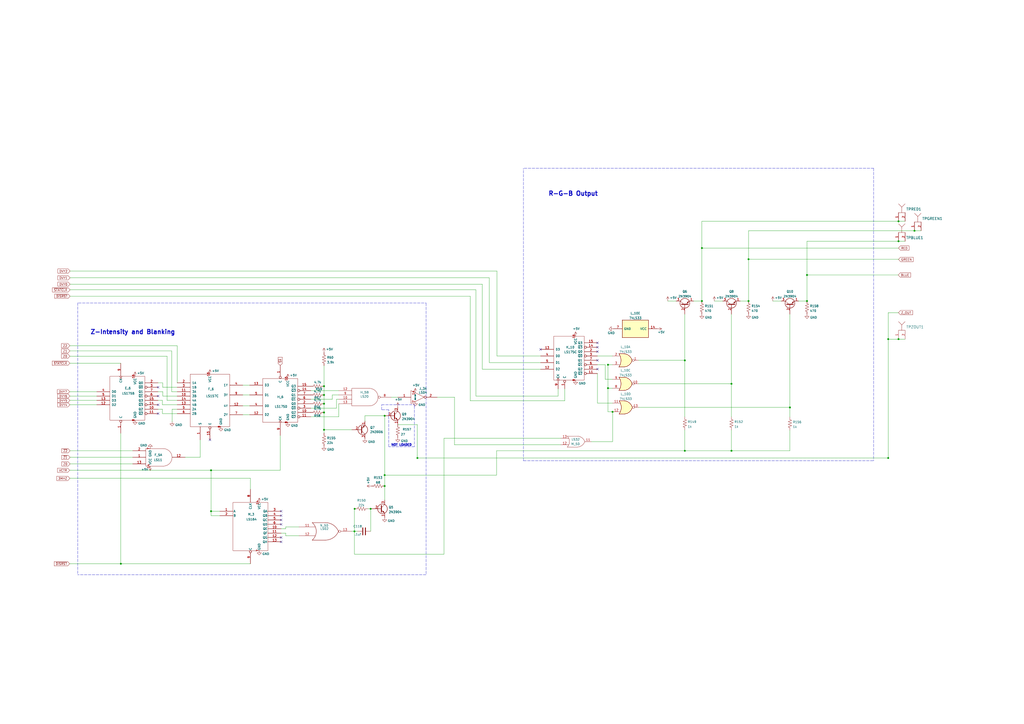
<source format=kicad_sch>
(kicad_sch (version 20211123) (generator eeschema)
  (paper "A2")
  (lib_symbols
    (symbol "74xx:74LS33" (pin_names (offset 1.016))
      (property "Reference" "U" (at 0 1.27 0))
      (property "Value" "74LS33" (at 0 -1.27 0))
      (symbol "74LS33_1_1"
        (pin open_collector inverted (at 7.62 0 180) (length 3.81) (name "~") (number "1"))
        (pin input line (at -7.62 2.54 0) (length 4.318) (name "~") (number "2"))
        (pin input line (at -7.62 -2.54 0) (length 4.318) (name "~") (number "3"))
      )
      (symbol "74LS33_1_2"
        (pin open_collector line (at 7.62 0 180) (length 3.81) (name "~") (number "1"))
        (pin input inverted (at -7.62 2.54 0) (length 3.81) (name "~") (number "2"))
        (pin input inverted (at -7.62 -2.54 0) (length 3.81) (name "~") (number "3"))
      )
      (symbol "74LS33_2_1"
        (pin open_collector inverted (at 7.62 0 180) (length 3.81) (name "~") (number "4"))
        (pin input line (at -7.62 2.54 0) (length 4.318) (name "~") (number "5"))
        (pin input line (at -7.62 -2.54 0) (length 4.318) (name "~") (number "6"))
      )
      (symbol "74LS33_2_2"
        (pin open_collector line (at 7.62 0 180) (length 3.81) (name "~") (number "4"))
        (pin input inverted (at -7.62 2.54 0) (length 3.81) (name "~") (number "5"))
        (pin input inverted (at -7.62 -2.54 0) (length 3.81) (name "~") (number "6"))
      )
      (symbol "74LS33_3_1"
        (pin open_collector inverted (at 7.62 0 180) (length 3.81) (name "~") (number "10"))
        (pin input line (at -7.62 2.54 0) (length 4.318) (name "~") (number "8"))
        (pin input line (at -7.62 -2.54 0) (length 4.318) (name "~") (number "9"))
      )
      (symbol "74LS33_3_2"
        (pin open_collector line (at 7.62 0 180) (length 3.81) (name "~") (number "10"))
        (pin input inverted (at -7.62 2.54 0) (length 3.81) (name "~") (number "8"))
        (pin input inverted (at -7.62 -2.54 0) (length 3.81) (name "~") (number "9"))
      )
      (symbol "74LS33_4_1"
        (pin input line (at -7.62 2.54 0) (length 4.318) (name "~") (number "11"))
        (pin input line (at -7.62 -2.54 0) (length 4.318) (name "~") (number "12"))
        (pin open_collector inverted (at 7.62 0 180) (length 3.81) (name "~") (number "13"))
      )
      (symbol "74LS33_4_2"
        (pin input inverted (at -7.62 2.54 0) (length 3.81) (name "~") (number "11"))
        (pin input inverted (at -7.62 -2.54 0) (length 3.81) (name "~") (number "12"))
        (pin open_collector line (at 7.62 0 180) (length 3.81) (name "~") (number "13"))
      )
      (symbol "74LS33_5_0"
        (pin power_in line (at 0 12.7 270) (length 5.08) (name "VCC") (number "14"))
        (pin power_in line (at 0 -12.7 90) (length 5.08) (name "GND") (number "7"))
      )
    )
    (symbol "Asteroids:LS02" (pin_names (offset 0.762))
      (property "Reference" "U" (at 1.905 1.27 0))
      (property "Value" "LS02" (at 2.54 -1.27 0))
      (symbol "LS02_1_0"
        (pin power_in line (at -2.54 5.08 270) (length 0) (name "VCC") (number "14"))
        (pin power_in line (at -2.54 -5.08 90) (length 0) (name "GND") (number "7"))
      )
      (symbol "LS02_1_1"
        (pin output inverted (at 15.24 0 180) (length 7.62) (name "~") (number "1"))
        (pin input line (at -15.24 2.54 0) (length 9.398) (name "~") (number "2"))
        (pin input line (at -15.24 -2.54 0) (length 9.398) (name "~") (number "3"))
      )
      (symbol "LS02_1_2"
        (pin output line (at 15.24 0 180) (length 7.62) (name "~") (number "1"))
        (pin input inverted (at -15.24 2.54 0) (length 7.62) (name "~") (number "2"))
        (pin input inverted (at -15.24 -2.54 0) (length 7.62) (name "~") (number "3"))
      )
      (symbol "LS02_2_1"
        (pin output inverted (at 15.24 0 180) (length 7.62) (name "~") (number "4"))
        (pin input line (at -15.24 2.54 0) (length 9.398) (name "~") (number "5"))
        (pin input line (at -15.24 -2.54 0) (length 9.398) (name "~") (number "6"))
      )
      (symbol "LS02_2_2"
        (pin output line (at 15.24 0 180) (length 7.62) (name "~") (number "4"))
        (pin input inverted (at -15.24 2.54 0) (length 7.62) (name "~") (number "5"))
        (pin input inverted (at -15.24 -2.54 0) (length 7.62) (name "~") (number "6"))
      )
      (symbol "LS02_3_1"
        (pin output inverted (at 15.24 0 180) (length 7.62) (name "~") (number "10"))
        (pin input line (at -15.24 2.54 0) (length 9.398) (name "~") (number "8"))
        (pin input line (at -15.24 -2.54 0) (length 9.398) (name "~") (number "9"))
      )
      (symbol "LS02_3_2"
        (pin output line (at 15.24 0 180) (length 7.62) (name "~") (number "10"))
        (pin input inverted (at -15.24 2.54 0) (length 7.62) (name "~") (number "8"))
        (pin input inverted (at -15.24 -2.54 0) (length 7.62) (name "~") (number "9"))
      )
      (symbol "LS02_4_1"
        (pin input line (at -15.24 2.54 0) (length 9.398) (name "~") (number "11"))
        (pin input line (at -15.24 -2.54 0) (length 9.398) (name "~") (number "12"))
        (pin output inverted (at 15.24 0 180) (length 7.62) (name "~") (number "13"))
      )
      (symbol "LS02_4_2"
        (pin input inverted (at -15.24 2.54 0) (length 7.62) (name "~") (number "11"))
        (pin input inverted (at -15.24 -2.54 0) (length 7.62) (name "~") (number "12"))
        (pin output line (at 15.24 0 180) (length 7.62) (name "~") (number "13"))
      )
    )
    (symbol "Asteroids:LS04" (pin_names (offset 0.762))
      (property "Reference" "U" (at 4.445 2.54 0))
      (property "Value" "LS04" (at 5.08 -2.54 0))
      (symbol "LS04_1_0"
        (pin power_in line (at -1.27 2.54 270) (length 0) (name "VCC") (number "14"))
        (pin power_in line (at -1.27 -2.54 90) (length 0) (name "GND") (number "7"))
      )
      (symbol "LS04_1_1"
        (pin input line (at -11.43 0 0) (length 7.62) (name "~") (number "1"))
        (pin output inverted (at 11.43 0 180) (length 7.62) (name "~") (number "2"))
      )
      (symbol "LS04_1_2"
        (pin input inverted (at -11.43 0 0) (length 7.62) (name "~") (number "1"))
        (pin output line (at 11.43 0 180) (length 7.62) (name "~") (number "2"))
      )
      (symbol "LS04_2_1"
        (pin input line (at -11.43 0 0) (length 7.62) (name "~") (number "3"))
        (pin output inverted (at 11.43 0 180) (length 7.62) (name "~") (number "4"))
      )
      (symbol "LS04_2_2"
        (pin input inverted (at -11.43 0 0) (length 7.62) (name "~") (number "3"))
        (pin output line (at 11.43 0 180) (length 7.62) (name "~") (number "4"))
      )
      (symbol "LS04_3_1"
        (pin input line (at -11.43 0 0) (length 7.62) (name "~") (number "5"))
        (pin output inverted (at 11.43 0 180) (length 7.62) (name "~") (number "6"))
      )
      (symbol "LS04_3_2"
        (pin input inverted (at -11.43 0 0) (length 7.62) (name "~") (number "5"))
        (pin output line (at 11.43 0 180) (length 7.62) (name "~") (number "6"))
      )
      (symbol "LS04_4_1"
        (pin output inverted (at 11.43 0 180) (length 7.62) (name "~") (number "8"))
        (pin input line (at -11.43 0 0) (length 7.62) (name "~") (number "9"))
      )
      (symbol "LS04_4_2"
        (pin output line (at 11.43 0 180) (length 7.62) (name "~") (number "8"))
        (pin input inverted (at -11.43 0 0) (length 7.62) (name "~") (number "9"))
      )
      (symbol "LS04_5_1"
        (pin output inverted (at 11.43 0 180) (length 7.62) (name "~") (number "10"))
        (pin input line (at -11.43 0 0) (length 7.62) (name "~") (number "11"))
      )
      (symbol "LS04_5_2"
        (pin output line (at 11.43 0 180) (length 7.62) (name "~") (number "10"))
        (pin input inverted (at -11.43 0 0) (length 7.62) (name "~") (number "11"))
      )
      (symbol "LS04_6_1"
        (pin output inverted (at 11.43 0 180) (length 7.62) (name "~") (number "12"))
        (pin input line (at -11.43 0 0) (length 7.62) (name "~") (number "13"))
      )
      (symbol "LS04_6_2"
        (pin output line (at 11.43 0 180) (length 7.62) (name "~") (number "12"))
        (pin input inverted (at -11.43 0 0) (length 7.62) (name "~") (number "13"))
      )
    )
    (symbol "Device:C" (pin_numbers hide) (pin_names (offset 0.254))
      (property "Reference" "C" (at 0.635 2.54 0))
      (property "Value" "C" (at 0.635 -2.54 0))
      (symbol "C_1_1"
        (pin passive line (at 0 3.81 270) (length 2.794) (name "~") (number "1"))
        (pin passive line (at 0 -3.81 90) (length 2.794) (name "~") (number "2"))
      )
    )
    (symbol "Device:R_US" (pin_numbers hide) (pin_names (offset 0))
      (property "Reference" "R" (at 2.54 0 90))
      (property "Value" "R_US" (at -2.54 0 90))
      (symbol "R_US_1_1"
        (pin passive line (at 0 3.81 270) (length 1.27) (name "~") (number "1"))
        (pin passive line (at 0 -3.81 90) (length 1.27) (name "~") (number "2"))
      )
    )
    (symbol "Star_Wars_Vector_PCB:LS164" (pin_names (offset 0.254))
      (property "Reference" "U" (at 0 1.27 0))
      (property "Value" "LS164" (at 0 -1.27 0))
      (symbol "LS164_1_0"
        (pin power_in line (at 5.08 13.97 270) (length 0) (name "VCC") (number "14"))
        (pin power_in line (at 5.08 -13.97 90) (length 0) (name "GND") (number "7"))
      )
      (symbol "LS164_1_1"
        (pin input line (at -17.78 8.89 0) (length 7.62) (name "A") (number "1"))
        (pin output line (at 17.78 -1.27 180) (length 7.62) (name "QE") (number "10"))
        (pin output line (at 17.78 -3.81 180) (length 7.62) (name "QF") (number "11"))
        (pin output line (at 17.78 -6.35 180) (length 7.62) (name "QG") (number "12"))
        (pin output line (at 17.78 -8.89 180) (length 7.62) (name "QH") (number "13"))
        (pin input line (at -17.78 6.35 0) (length 7.62) (name "B") (number "2"))
        (pin output line (at 17.78 8.89 180) (length 7.62) (name "QA") (number "3"))
        (pin output line (at 17.78 6.35 180) (length 7.62) (name "QB") (number "4"))
        (pin output line (at 17.78 3.81 180) (length 7.62) (name "QC") (number "5"))
        (pin output line (at 17.78 1.27 180) (length 7.62) (name "QD") (number "6"))
        (pin input line (at 0 21.59 270) (length 7.62) (name "CLK") (number "8"))
        (pin input inverted (at 0 -21.59 90) (length 7.62) (name "C") (number "9"))
      )
    )
    (symbol "Star_Wars_Vector_PCB:LS32" (pin_names (offset 0.762))
      (property "Reference" "U" (at 0 1.27 0))
      (property "Value" "LS32" (at 0 -1.27 0))
      (symbol "LS32_1_1"
        (pin input line (at -8.89 1.905 0) (length 4.5974) (name "~") (number "1"))
        (pin power_in line (at -2.54 3.81 270) (length 0.635) (name "VCC") (number "14"))
        (pin input line (at -8.89 -1.905 0) (length 4.5974) (name "~") (number "2"))
        (pin output line (at 8.89 0 180) (length 3.81) (name "~") (number "3"))
        (pin power_in line (at -2.54 -3.81 90) (length 0.635) (name "GND") (number "7"))
      )
      (symbol "LS32_1_2"
        (pin input inverted (at -15.24 2.54 0) (length 7.62) (name "~") (number "1"))
        (pin power_in line (at -5.08 5.08 270) (length 0) (name "VCC") (number "14"))
        (pin input inverted (at -15.24 -2.54 0) (length 7.62) (name "~") (number "2"))
        (pin output inverted (at 15.24 0 180) (length 7.62) (name "~") (number "3"))
        (pin power_in line (at -5.08 -5.08 90) (length 0) (name "GND") (number "7"))
      )
      (symbol "LS32_2_1"
        (pin input line (at -8.89 1.905 0) (length 4.5974) (name "~") (number "4"))
        (pin input line (at -8.89 -1.905 0) (length 4.5974) (name "~") (number "5"))
        (pin output line (at 8.89 0 180) (length 3.81) (name "~") (number "6"))
      )
      (symbol "LS32_2_2"
        (pin input inverted (at -15.24 2.54 0) (length 7.62) (name "~") (number "4"))
        (pin input inverted (at -15.24 -2.54 0) (length 7.62) (name "~") (number "5"))
        (pin output inverted (at 15.24 0 180) (length 7.62) (name "~") (number "6"))
      )
      (symbol "LS32_3_1"
        (pin input line (at -8.89 -1.905 0) (length 4.5974) (name "~") (number "10"))
        (pin output line (at 8.89 0 180) (length 3.81) (name "~") (number "8"))
        (pin input line (at -8.89 1.905 0) (length 4.5974) (name "~") (number "9"))
      )
      (symbol "LS32_3_2"
        (pin input inverted (at -15.24 -2.54 0) (length 7.62) (name "~") (number "10"))
        (pin output inverted (at 15.24 0 180) (length 7.62) (name "~") (number "8"))
        (pin input inverted (at -15.24 2.54 0) (length 7.62) (name "~") (number "9"))
      )
      (symbol "LS32_4_1"
        (pin output line (at 8.89 0 180) (length 3.81) (name "~") (number "11"))
        (pin input line (at -8.89 1.905 0) (length 4.5974) (name "~") (number "12"))
        (pin input line (at -8.89 -1.905 0) (length 4.5974) (name "~") (number "13"))
      )
      (symbol "LS32_4_2"
        (pin output inverted (at 15.24 0 180) (length 7.62) (name "~") (number "11"))
        (pin input inverted (at -15.24 2.54 0) (length 7.62) (name "~") (number "12"))
        (pin input inverted (at -15.24 -2.54 0) (length 7.62) (name "~") (number "13"))
      )
      (symbol "LS32_5_1"
        (pin input line (at -8.89 -1.905 0) (length 4.5974) (name "~") (number "4"))
        (pin input line (at -8.89 1.905 0) (length 4.5974) (name "~") (number "5"))
        (pin output line (at 8.89 0 180) (length 3.81) (name "~") (number "6"))
      )
      (symbol "LS32_5_2"
        (pin input inverted (at -15.24 2.54 0) (length 7.62) (name "~") (number "1"))
        (pin input inverted (at -15.24 -2.54 0) (length 7.62) (name "~") (number "2"))
        (pin output inverted (at 15.24 0 180) (length 7.62) (name "~") (number "3"))
      )
      (symbol "LS32_6_1"
        (pin input line (at -8.89 1.905 0) (length 4.5974) (name "~") (number "10"))
        (pin output line (at 8.89 0 180) (length 3.81) (name "~") (number "8"))
        (pin input line (at -8.89 -1.905 0) (length 4.5974) (name "~") (number "9"))
      )
      (symbol "LS32_6_2"
        (pin input inverted (at -15.24 2.54 0) (length 7.62) (name "~") (number "1"))
        (pin input inverted (at -15.24 -2.54 0) (length 7.62) (name "~") (number "2"))
        (pin output inverted (at 15.24 0 180) (length 7.62) (name "~") (number "3"))
      )
    )
    (symbol "atari_grav_bw:LS11" (pin_names (offset 0.762))
      (property "Reference" "U" (at 0 1.27 0))
      (property "Value" "LS11" (at 0 -1.27 0))
      (symbol "LS11_1_1"
        (pin input line (at -15.24 0 0) (length 7.62) (name "~") (number "1"))
        (pin output line (at 15.24 0 180) (length 7.62) (name "~") (number "12"))
        (pin input line (at -15.24 3.81 0) (length 7.62) (name "~") (number "13"))
        (pin power_in line (at -5.08 5.08 270) (length 0) (name "VCC") (number "14"))
        (pin input line (at -15.24 -3.81 0) (length 7.62) (name "~") (number "2"))
        (pin power_in line (at -5.08 -5.08 90) (length 0) (name "GND") (number "7"))
      )
      (symbol "LS11_1_2"
        (pin input inverted (at -15.24 3.81 0) (length 8.382) (name "~") (number "1"))
        (pin output inverted (at 15.24 0 180) (length 7.62) (name "~") (number "12"))
        (pin input inverted (at -15.24 -3.81 0) (length 8.382) (name "~") (number "13"))
        (pin power_in line (at -3.81 5.08 270) (length 0) (name "VCC") (number "14"))
        (pin input inverted (at -15.24 0 0) (length 9.906) (name "~") (number "2"))
        (pin power_in line (at -3.81 -5.08 90) (length 0) (name "GND") (number "7"))
      )
      (symbol "LS11_2_1"
        (pin input line (at -15.24 0 0) (length 7.62) (name "~") (number "3"))
        (pin input line (at -15.24 -3.81 0) (length 7.62) (name "~") (number "4"))
        (pin input line (at -15.24 3.81 0) (length 7.62) (name "~") (number "5"))
        (pin output line (at 15.24 0 180) (length 7.62) (name "~") (number "6"))
      )
      (symbol "LS11_2_2"
        (pin input inverted (at -15.24 3.81 0) (length 8.382) (name "~") (number "3"))
        (pin input inverted (at -15.24 0 0) (length 9.906) (name "~") (number "4"))
        (pin input inverted (at -15.24 -3.81 0) (length 8.382) (name "~") (number "5"))
        (pin output inverted (at 15.24 0 180) (length 7.62) (name "~") (number "6"))
      )
      (symbol "LS11_3_1"
        (pin input line (at -15.24 -3.81 0) (length 7.62) (name "~") (number "10"))
        (pin input line (at -15.24 3.81 0) (length 7.62) (name "~") (number "11"))
        (pin output line (at 15.24 0 180) (length 7.62) (name "~") (number "8"))
        (pin input line (at -15.24 0 0) (length 7.62) (name "~") (number "9"))
      )
      (symbol "LS11_3_2"
        (pin input inverted (at -15.24 0 0) (length 9.906) (name "~") (number "10"))
        (pin input inverted (at -15.24 -3.81 0) (length 8.382) (name "~") (number "11"))
        (pin output inverted (at 15.24 0 180) (length 7.62) (name "~") (number "8"))
        (pin input inverted (at -15.24 3.81 0) (length 8.382) (name "~") (number "9"))
      )
    )
    (symbol "atari_grav_bw:LS157C" (pin_names (offset 1.016))
      (property "Reference" "U" (at 0 1.27 0))
      (property "Value" "LS157C" (at 0 -1.27 0))
      (symbol "LS157C_1_1"
        (pin input line (at -5.715 -22.86 90) (length 7.62) (name "S") (number "1"))
        (pin input line (at -19.05 2.54 0) (length 7.62) (name "3B") (number "10"))
        (pin input line (at -19.05 5.08 0) (length 7.62) (name "3A") (number "11"))
        (pin output line (at 19.05 -3.175 180) (length 7.62) (name "4Y") (number "12"))
        (pin input line (at -19.05 -2.54 0) (length 7.62) (name "4B") (number "13"))
        (pin input line (at -19.05 0 0) (length 7.62) (name "4A") (number "14"))
        (pin input inverted (at 0 -22.86 90) (length 7.62) (name "E") (number "15"))
        (pin power_in line (at 0 15.24 270) (length 0) (name "VCC") (number "16"))
        (pin input line (at -19.05 10.16 0) (length 7.62) (name "1A") (number "2"))
        (pin input line (at -19.05 7.62 0) (length 7.62) (name "1B") (number "3"))
        (pin output line (at 19.05 8.89 180) (length 7.62) (name "1Y") (number "4"))
        (pin input line (at -19.05 -5.08 0) (length 7.62) (name "2A") (number "5"))
        (pin input line (at -19.05 -7.62 0) (length 7.62) (name "2B") (number "6"))
        (pin output line (at 19.05 -8.255 180) (length 7.62) (name "2Y") (number "7"))
        (pin power_in line (at 6.35 -15.24 90) (length 0) (name "GND") (number "8"))
        (pin output line (at 19.05 3.175 180) (length 7.62) (name "3Y") (number "9"))
      )
    )
    (symbol "atari_grav_bw:LS175B" (pin_names (offset 1.016))
      (property "Reference" "U" (at -0.635 1.27 0))
      (property "Value" "LS175B" (at 0 -1.27 0))
      (symbol "LS175B_0_0"
        (pin power_in line (at 4.445 12.7 270) (length 0) (name "VCC") (number "16"))
        (pin power_in line (at 4.445 -12.7 90) (length 0) (name "GND") (number "8"))
      )
      (symbol "LS175B_1_1"
        (pin input inverted (at -3.81 -20.32 90) (length 7.62) (name "C") (number "1"))
        (pin output line (at 17.78 -6.35 180) (length 7.62) (name "Q2") (number "10"))
        (pin output inverted (at 17.78 -8.89 180) (length 7.62) (name "~{Q2}") (number "11"))
        (pin input line (at -17.78 -3.81 0) (length 7.62) (name "D2") (number "12"))
        (pin input line (at -17.78 -1.27 0) (length 7.62) (name "D3") (number "13"))
        (pin output inverted (at 17.78 -3.81 180) (length 7.62) (name "~{Q3}") (number "14"))
        (pin output line (at 17.78 -1.27 180) (length 7.62) (name "Q3") (number "15"))
        (pin output line (at 17.78 8.89 180) (length 7.62) (name "Q0") (number "2"))
        (pin output inverted (at 17.78 6.35 180) (length 7.62) (name "~{Q0}") (number "3"))
        (pin input line (at -17.78 3.81 0) (length 7.62) (name "D0") (number "4"))
        (pin input line (at -17.78 1.27 0) (length 7.62) (name "D1") (number "5"))
        (pin output inverted (at 17.78 1.27 180) (length 7.62) (name "~{Q1}") (number "6"))
        (pin output line (at 17.78 3.81 180) (length 7.62) (name "Q1") (number "7"))
        (pin input clock (at -3.81 20.32 270) (length 7.62) (name "CK") (number "9"))
      )
    )
    (symbol "atari_grav_bw:LS175C" (pin_names (offset 1.016))
      (property "Reference" "U" (at 0 0 0))
      (property "Value" "LS175C" (at 0 2.54 0))
      (symbol "LS175C_1_1"
        (pin input inverted (at -2.54 -17.78 90) (length 5.0038) (name "C") (number "1"))
        (pin output line (at 16.51 -6.35 180) (length 7.62) (name "Q2") (number "10"))
        (pin output inverted (at 16.51 -8.89 180) (length 7.62) (name "~{Q2}") (number "11"))
        (pin input line (at -16.51 -6.35 0) (length 7.62) (name "D2") (number "12"))
        (pin input line (at -16.51 5.08 0) (length 7.62) (name "D3") (number "13"))
        (pin output inverted (at 16.51 6.35 180) (length 7.62) (name "~{Q3}") (number "14"))
        (pin output line (at 16.51 8.89 180) (length 7.62) (name "Q3") (number "15"))
        (pin power_in line (at 3.81 12.7 270) (length 0) (name "VCC") (number "16"))
        (pin output line (at 16.51 3.81 180) (length 7.62) (name "Q0") (number "2"))
        (pin output inverted (at 16.51 1.27 180) (length 7.62) (name "~{Q0}") (number "3"))
        (pin input line (at -16.51 1.27 0) (length 7.62) (name "D0") (number "4"))
        (pin input line (at -16.51 -2.54 0) (length 7.62) (name "D1") (number "5"))
        (pin output inverted (at 16.51 -3.81 180) (length 7.62) (name "~{Q1}") (number "6"))
        (pin output line (at 16.51 -1.27 180) (length 7.62) (name "Q1") (number "7"))
        (pin power_in line (at 3.81 -12.7 90) (length 0) (name "GND") (number "8"))
        (pin input clock (at -6.35 -17.78 90) (length 5.0038) (name "CK") (number "9"))
      )
    )
    (symbol "atari_grav_bw:LS175D" (pin_names (offset 1.016))
      (property "Reference" "U" (at 0 1.27 0))
      (property "Value" "LS175D" (at 0 -1.27 0))
      (symbol "LS175D_1_1"
        (pin input inverted (at 0 19.685 270) (length 7.62) (name "C") (number "1"))
        (pin output line (at 17.78 -7.62 180) (length 7.62) (name "Q2") (number "10"))
        (pin output inverted (at 17.78 -10.16 180) (length 7.62) (name "~{Q2}") (number "11"))
        (pin input line (at -17.78 -8.89 0) (length 7.62) (name "D2") (number "12"))
        (pin input line (at -17.78 8.255 0) (length 7.62) (name "D3") (number "13"))
        (pin output inverted (at 17.78 5.08 180) (length 7.62) (name "~{Q3}") (number "14"))
        (pin output line (at 17.78 7.62 180) (length 7.62) (name "Q3") (number "15"))
        (pin power_in line (at 4.445 12.065 270) (length 0) (name "VCC") (number "16"))
        (pin output line (at 17.78 -2.54 180) (length 7.62) (name "Q0") (number "2"))
        (pin output inverted (at 17.78 -5.08 180) (length 7.62) (name "~{Q0}") (number "3"))
        (pin input line (at -17.78 -3.81 0) (length 7.62) (name "D0") (number "4"))
        (pin input line (at -17.78 2.54 0) (length 7.62) (name "D1") (number "5"))
        (pin output inverted (at 17.78 0 180) (length 7.62) (name "~{Q1}") (number "6"))
        (pin output line (at 17.78 2.54 180) (length 7.62) (name "Q1") (number "7"))
        (pin power_in line (at 4.445 -13.335 90) (length 0) (name "GND") (number "8"))
        (pin input clock (at 0 -20.955 90) (length 7.62) (name "CK") (number "9"))
      )
    )
    (symbol "atari_grav_bw:LS20B" (pin_names (offset 0.762))
      (property "Reference" "U" (at 0 2.54 0))
      (property "Value" "LS20B" (at 0 -2.54 0))
      (symbol "LS20B_1_0"
        (pin power_in line (at -4.445 5.08 270) (length 0) (name "VCC") (number "14"))
        (pin power_in line (at -4.445 -5.08 90) (length 0) (name "GND") (number "7"))
      )
      (symbol "LS20B_1_1"
        (pin input line (at -15.24 1.27 0) (length 7.62) (name "~") (number "1"))
        (pin input line (at -15.24 -1.27 0) (length 7.62) (name "~") (number "2"))
        (pin input line (at -15.24 3.81 0) (length 7.62) (name "~") (number "4"))
        (pin input line (at -15.24 -3.81 0) (length 7.62) (name "~") (number "5"))
        (pin output inverted (at 15.24 0 180) (length 7.62) (name "~") (number "6"))
      )
      (symbol "LS20B_1_2"
        (pin input inverted (at -15.24 3.81 0) (length 8.509) (name "~") (number "1"))
        (pin input inverted (at -15.24 1.27 0) (length 9.779) (name "~") (number "2"))
        (pin output inverted (at -15.24 -1.27 0) (length 9.779) (name "~") (number "4"))
        (pin input inverted (at -15.24 -3.81 0) (length 8.509) (name "~") (number "5"))
        (pin output line (at 15.24 0 180) (length 7.62) (name "~") (number "6"))
      )
      (symbol "LS20B_2_1"
        (pin input line (at -15.24 -1.27 0) (length 7.62) (name "~") (number "10"))
        (pin input line (at -15.24 3.81 0) (length 7.62) (name "~") (number "12"))
        (pin input line (at -15.24 -3.81 0) (length 7.62) (name "~") (number "13"))
        (pin output inverted (at 15.24 0 180) (length 7.62) (name "~") (number "8"))
        (pin input line (at -15.24 1.27 0) (length 7.62) (name "~") (number "9"))
      )
      (symbol "LS20B_2_2"
        (pin input inverted (at -15.24 -3.81 0) (length 8.509) (name "~") (number "10"))
        (pin input inverted (at -15.24 1.27 0) (length 9.779) (name "~") (number "12"))
        (pin input inverted (at -15.24 -1.27 0) (length 9.779) (name "~") (number "13"))
        (pin output line (at 15.24 0 180) (length 7.62) (name "~") (number "8"))
        (pin input inverted (at -15.24 3.81 0) (length 8.509) (name "~") (number "9"))
      )
    )
    (symbol "atari_grav_bw:TP" (pin_names (offset 1.016))
      (property "Reference" "TP" (at 0 6.35 0))
      (symbol "TP_1_1"
        (pin input line (at -1.905 -5.08 90) (length 5.08) (name "~") (number "1"))
        (pin input line (at 1.905 -5.08 90) (length 5.08) (name "~") (number "2"))
      )
    )
    (symbol "atari_gravitar_black_widow-rescue:2N3904-Star_Wars_Vector_PCB-rescue" (pin_names (offset 0) hide)
      (property "Reference" "Q" (at 5.08 1.905 0))
      (property "Value" "2N3904-Star_Wars_Vector_PCB-rescue" (at 5.08 0 0))
      (symbol "2N3904-Star_Wars_Vector_PCB-rescue_1_1"
        (pin passive line (at 2.54 -5.08 90) (length 2.54) (name "E") (number "1"))
        (pin passive line (at -5.08 0 0) (length 5.715) (name "B") (number "2"))
        (pin passive line (at 2.54 5.08 270) (length 2.54) (name "C") (number "3"))
      )
    )
    (symbol "atari_gravitar_black_widow-rescue:2N3906-Star_Wars_Vector_PCB-rescue" (pin_names (offset 0) hide)
      (property "Reference" "Q" (at 5.08 1.905 0))
      (property "Value" "2N3906-Star_Wars_Vector_PCB-rescue" (at 5.08 0 0))
      (symbol "2N3906-Star_Wars_Vector_PCB-rescue_1_1"
        (pin passive line (at 2.54 -5.08 90) (length 2.54) (name "E") (number "1"))
        (pin input line (at -5.08 0 0) (length 5.715) (name "B") (number "2"))
        (pin passive line (at 2.54 5.08 270) (length 2.54) (name "C") (number "3"))
      )
    )
    (symbol "power:+5V" (power) (pin_names (offset 0))
      (property "Value" "+5V" (at 0 3.556 0))
      (symbol "+5V_1_1"
        (pin power_in line (at 0 0 90) (length 0) hide (name "+5V") (number "1"))
      )
    )
    (symbol "power:GND" (power) (pin_names (offset 0))
      (property "Value" "GND" (at 0 -3.81 0))
      (symbol "GND_1_1"
        (pin power_in line (at 0 0 270) (length 0) hide (name "GND") (number "1"))
      )
    )
  )
  (junction (at 521.208 128.397))
  (junction (at 424.307 222.631))
  (junction (at 223.139 281.94))
  (junction (at 223.139 275.59))
  (junction (at 397.256 209.042))
  (junction (at 458.216 236.347))
  (junction (at 515.239 196.723))
  (junction (at 397.256 261.493))
  (junction (at 530.479 133.858))
  (junction (at 352.679 211.582))
  (junction (at 122.428 272.796))
  (junction (at 468.122 174.625))
  (junction (at 187.96 249.301))
  (junction (at 205.613 308.229))
  (junction (at 187.96 239.268))
  (junction (at 242.1128 265.684))
  (junction (at 215.011 295.148))
  (junction (at 355.346 238.887))
  (junction (at 352.679 225.171))
  (junction (at 187.96 224.028))
  (junction (at 468.122 159.512))
  (junction (at 70.104 327.025))
  (junction (at 187.96 229.108))
  (junction (at 407.162 174.625))
  (junction (at 187.96 234.188))
  (junction (at 424.307 261.493))
  (junction (at 122.428 296.545))
  (junction (at 223.139 241.173))
  (junction (at 521.208 139.954))
  (junction (at 407.162 143.891))
  (junction (at 434.213 150.368))
  (junction (at 434.213 174.625))
  (junction (at 521.208 196.723))
  (junction (at 515.24 265.68))
  (junction (at 205.74 295.148))
  (no_connect (at 121.793 255.143))
  (no_connect (at 346.583 198.882))
  (no_connect (at 346.583 201.422))
  (no_connect (at 346.583 203.962))
  (no_connect (at 346.583 209.042))
  (no_connect (at 346.583 214.122))
  (no_connect (at 163.068 314.325))
  (no_connect (at 163.068 311.785))
  (no_connect (at 163.068 304.165))
  (no_connect (at 163.068 301.625))
  (no_connect (at 163.068 299.085))
  (no_connect (at 163.068 296.545))
  (no_connect (at 91.694 229.743))
  (no_connect (at 91.694 224.663))
  (no_connect (at 91.694 239.903))
  (no_connect (at 91.694 234.823))
  (no_connect (at 313.563 202.692))
  (polyline (pts (xy 240.411 235.458) (xy 240.411 259.08)))
  (wire (pts (xy 434.213 150.368) (xy 434.213 133.858)))
  (wire (pts (xy 253.619 230.378) (xy 263.652 230.378)))
  (wire (pts (xy 313.563 206.502) (xy 288.29 206.502)))
  (wire (pts (xy 140.843 223.393) (xy 144.78 223.393)))
  (wire (pts (xy 272.796 232.537) (xy 272.796 171.831)))
  (wire (pts (xy 515.239 196.723) (xy 521.208 196.723)))
  (wire (pts (xy 351.155 220.091) (xy 355.219 220.091)))
  (wire (pts (xy 458.216 236.347) (xy 458.216 241.935)))
  (wire (pts (xy 288.036 275.59) (xy 288.036 261.493)))
  (polyline (pts (xy 221.361 234.823) (xy 240.411 234.823)))
  (wire (pts (xy 263.652 258.064) (xy 325.247 258.064)))
  (wire (pts (xy 424.307 182.245) (xy 424.307 222.631)))
  (wire (pts (xy 205.74 295.148) (xy 205.867 295.148)))
  (wire (pts (xy 192.786 231.648) (xy 192.786 229.108)))
  (wire (pts (xy 163.068 306.705) (xy 165.735 306.705)))
  (wire (pts (xy 515.24 265.68) (xy 242.11 265.68)))
  (wire (pts (xy 91.694 227.203) (xy 94.488 227.203)))
  (wire (pts (xy 70.104 327.025) (xy 145.288 327.025)))
  (wire (pts (xy 352.679 225.171) (xy 355.219 225.171)))
  (wire (pts (xy 223.139 275.59) (xy 288.036 275.59)))
  (wire (pts (xy 521.208 128.397) (xy 525.018 128.397)))
  (wire (pts (xy 196.469 234.188) (xy 196.469 241.808)))
  (wire (pts (xy 205.613 321.437) (xy 257.556 321.437)))
  (wire (pts (xy 205.613 308.229) (xy 207.391 308.229)))
  (wire (pts (xy 407.162 143.891) (xy 521.208 143.891)))
  (wire (pts (xy 205.613 295.148) (xy 205.74 295.148)))
  (wire (pts (xy 122.428 272.796) (xy 162.56 272.796)))
  (wire (pts (xy 96.901 206.629) (xy 96.901 232.283)))
  (polyline (pts (xy 247.142 333.375) (xy 45.085 333.375)))
  (wire (pts (xy 323.723 229.743) (xy 276.098 229.743)))
  (wire (pts (xy 223.139 241.173) (xy 223.139 275.59)))
  (wire (pts (xy 107.442 265.303) (xy 116.078 265.303)))
  (wire (pts (xy 327.533 232.537) (xy 272.796 232.537)))
  (wire (pts (xy 40.513 206.629) (xy 96.901 206.629)))
  (wire (pts (xy 40.513 203.581) (xy 99.568 203.581)))
  (wire (pts (xy 165.735 306.705) (xy 165.735 305.689)))
  (polyline (pts (xy 225.552 259.08) (xy 225.552 237.744)))
  (wire (pts (xy 94.234 237.363) (xy 94.234 239.903)))
  (wire (pts (xy 407.162 143.891) (xy 407.162 128.397)))
  (wire (pts (xy 414.401 174.625) (xy 419.227 174.625)))
  (wire (pts (xy 343.027 256.159) (xy 355.346 256.159)))
  (polyline (pts (xy 303.53 97.79) (xy 303.657 97.79)))
  (wire (pts (xy 288.036 261.493) (xy 397.256 261.493)))
  (wire (pts (xy 223.139 275.59) (xy 223.139 281.94)))
  (wire (pts (xy 70.104 251.333) (xy 70.104 327.025)))
  (wire (pts (xy 91.694 222.123) (xy 94.361 222.123)))
  (wire (pts (xy 521.208 139.954) (xy 525.018 139.954)))
  (wire (pts (xy 211.709 244.221) (xy 211.709 241.173)))
  (wire (pts (xy 530.479 133.858) (xy 534.289 133.858)))
  (wire (pts (xy 180.34 236.728) (xy 195.199 236.728)))
  (wire (pts (xy 102.743 222.123) (xy 102.743 200.533)))
  (wire (pts (xy 468.122 174.625) (xy 468.122 159.512)))
  (wire (pts (xy 276.098 229.743) (xy 276.098 168.148)))
  (wire (pts (xy 187.96 212.09) (xy 187.96 224.028)))
  (wire (pts (xy 355.219 211.582) (xy 352.679 211.582)))
  (wire (pts (xy 203.962 308.229) (xy 205.613 308.229)))
  (wire (pts (xy 515.239 181.356) (xy 515.239 196.723)))
  (wire (pts (xy 145.288 277.495) (xy 40.513 277.495)))
  (wire (pts (xy 387.35 174.625) (xy 392.176 174.625)))
  (wire (pts (xy 213.487 295.148) (xy 215.011 295.148)))
  (wire (pts (xy 521.208 150.368) (xy 521.208 150.495)))
  (wire (pts (xy 242.11 265.68) (xy 242.11 265.69)))
  (wire (pts (xy 370.459 222.631) (xy 424.307 222.631)))
  (wire (pts (xy 165.735 309.245) (xy 165.735 310.769)))
  (wire (pts (xy 122.428 299.085) (xy 122.428 296.545)))
  (wire (pts (xy 94.488 229.743) (xy 102.743 229.743)))
  (wire (pts (xy 40.64 171.831) (xy 272.796 171.831)))
  (wire (pts (xy 397.256 209.042) (xy 397.256 241.808)))
  (wire (pts (xy 448.31 174.625) (xy 453.136 174.625)))
  (wire (pts (xy 205.613 308.229) (xy 205.613 321.437)))
  (wire (pts (xy 434.213 174.625) (xy 434.213 150.368)))
  (polyline (pts (xy 225.552 237.744) (xy 221.361 237.744)))
  (wire (pts (xy 94.234 239.903) (xy 102.743 239.903)))
  (wire (pts (xy 102.743 237.363) (xy 99.822 237.363)))
  (polyline (pts (xy 221.361 237.744) (xy 221.361 234.823)))
  (wire (pts (xy 242.062 264.0076) (xy 242.1128 246.2784)))
  (wire (pts (xy 313.563 210.312) (xy 283.845 210.312)))
  (wire (pts (xy 346.583 206.502) (xy 355.219 206.502)))
  (wire (pts (xy 187.96 249.301) (xy 187.96 251.206)))
  (wire (pts (xy 288.29 206.502) (xy 288.29 157.226)))
  (wire (pts (xy 352.679 211.582) (xy 352.679 225.171)))
  (wire (pts (xy 40.386 227.203) (xy 56.134 227.203)))
  (wire (pts (xy 370.586 236.347) (xy 458.216 236.347)))
  (wire (pts (xy 458.216 249.555) (xy 458.216 261.493)))
  (wire (pts (xy 463.296 174.625) (xy 468.122 174.625)))
  (wire (pts (xy 351.155 211.582) (xy 351.155 220.091)))
  (wire (pts (xy 397.256 261.493) (xy 424.307 261.493)))
  (wire (pts (xy 145.288 277.495) (xy 145.288 283.845)))
  (wire (pts (xy 288.29 157.226) (xy 40.64 157.226)))
  (wire (pts (xy 40.386 327.025) (xy 70.104 327.025)))
  (wire (pts (xy 180.34 226.568) (xy 196.469 226.568)))
  (polyline (pts (xy 304.038 97.536) (xy 506.73 97.536)))
  (wire (pts (xy 94.234 232.283) (xy 94.234 234.823)))
  (wire (pts (xy 40.64 261.493) (xy 76.962 261.493)))
  (wire (pts (xy 352.679 211.582) (xy 352.552 211.582)))
  (wire (pts (xy 99.822 237.363) (xy 99.822 244.602)))
  (wire (pts (xy 56.134 232.283) (xy 40.513 232.283)))
  (polyline (pts (xy 240.411 259.08) (xy 225.552 259.08)))
  (wire (pts (xy 187.96 249.301) (xy 204.089 249.301)))
  (wire (pts (xy 402.336 174.625) (xy 407.162 174.625)))
  (wire (pts (xy 211.709 241.173) (xy 223.139 241.173)))
  (wire (pts (xy 187.96 234.188) (xy 187.96 239.268)))
  (polyline (pts (xy 247.142 175.768) (xy 247.142 333.375)))
  (wire (pts (xy 99.568 227.203) (xy 99.568 203.581)))
  (wire (pts (xy 515.239 181.356) (xy 521.208 181.356)))
  (wire (pts (xy 215.011 295.148) (xy 215.011 308.229)))
  (wire (pts (xy 397.256 182.245) (xy 397.256 209.042)))
  (wire (pts (xy 434.213 133.858) (xy 530.479 133.858)))
  (wire (pts (xy 205.613 295.148) (xy 205.613 308.229)))
  (wire (pts (xy 468.122 159.512) (xy 468.122 139.954)))
  (wire (pts (xy 192.786 229.108) (xy 196.469 229.108)))
  (wire (pts (xy 352.679 225.171) (xy 352.679 238.887)))
  (wire (pts (xy 40.64 269.113) (xy 76.962 269.113)))
  (wire (pts (xy 165.735 305.689) (xy 173.482 305.689)))
  (wire (pts (xy 468.122 159.512) (xy 521.081 159.512)))
  (wire (pts (xy 215.011 295.148) (xy 215.519 295.148)))
  (wire (pts (xy 346.583 211.582) (xy 351.155 211.582)))
  (wire (pts (xy 40.64 265.303) (xy 76.962 265.303)))
  (wire (pts (xy 91.694 237.363) (xy 94.234 237.363)))
  (wire (pts (xy 407.162 128.397) (xy 521.208 128.397)))
  (wire (pts (xy 180.34 241.808) (xy 196.469 241.808)))
  (wire (pts (xy 323.723 225.552) (xy 323.723 229.743)))
  (wire (pts (xy 370.459 209.042) (xy 397.256 209.042)))
  (wire (pts (xy 187.96 224.028) (xy 187.96 229.108)))
  (wire (pts (xy 242.062 264.0076) (xy 242.1128 265.684)))
  (wire (pts (xy 397.256 249.428) (xy 397.256 261.493)))
  (wire (pts (xy 40.64 168.148) (xy 276.098 168.148)))
  (wire (pts (xy 424.307 249.428) (xy 424.307 261.493)))
  (wire (pts (xy 40.386 272.796) (xy 122.428 272.796)))
  (wire (pts (xy 355.346 256.159) (xy 355.346 238.887)))
  (wire (pts (xy 140.843 229.108) (xy 144.78 229.108)))
  (wire (pts (xy 346.583 233.807) (xy 355.346 233.807)))
  (wire (pts (xy 468.122 139.954) (xy 521.208 139.954)))
  (wire (pts (xy 283.845 210.312) (xy 283.845 161.163)))
  (wire (pts (xy 429.387 174.625) (xy 434.213 174.625)))
  (wire (pts (xy 91.694 232.283) (xy 94.234 232.283)))
  (wire (pts (xy 346.583 216.662) (xy 346.583 233.807)))
  (wire (pts (xy 226.949 230.378) (xy 230.759 230.378)))
  (wire (pts (xy 165.735 310.769) (xy 173.482 310.769)))
  (wire (pts (xy 40.513 200.533) (xy 102.743 200.533)))
  (wire (pts (xy 56.134 229.743) (xy 40.513 229.743)))
  (wire (pts (xy 257.556 254.254) (xy 325.247 254.254)))
  (wire (pts (xy 327.533 225.552) (xy 327.533 232.537)))
  (wire (pts (xy 40.64 161.163) (xy 283.845 161.163)))
  (polyline (pts (xy 45.085 175.641) (xy 45.085 333.375)))
  (wire (pts (xy 521.208 196.723) (xy 525.018 196.723)))
  (wire (pts (xy 122.428 296.545) (xy 122.428 272.796)))
  (wire (pts (xy 116.078 265.303) (xy 116.078 255.143)))
  (polyline (pts (xy 506.73 97.536) (xy 506.73 267.335)))
  (wire (pts (xy 40.513 210.693) (xy 70.104 210.693)))
  (wire (pts (xy 163.068 309.245) (xy 165.735 309.245)))
  (wire (pts (xy 424.307 261.493) (xy 458.216 261.493)))
  (wire (pts (xy 313.563 214.122) (xy 279.781 214.122)))
  (wire (pts (xy 434.213 150.368) (xy 521.208 150.368)))
  (wire (pts (xy 187.96 229.108) (xy 187.96 234.188)))
  (wire (pts (xy 515.239 196.723) (xy 515.239 265.684)))
  (wire (pts (xy 122.428 296.545) (xy 127.508 296.545)))
  (wire (pts (xy 94.361 224.663) (xy 102.743 224.663)))
  (wire (pts (xy 195.199 231.648) (xy 196.469 231.648)))
  (polyline (pts (xy 45.466 175.768) (xy 247.142 175.768)))
  (wire (pts (xy 279.781 164.846) (xy 40.64 164.846)))
  (wire (pts (xy 94.488 227.203) (xy 94.488 229.743)))
  (wire (pts (xy 230.7844 246.2784) (xy 242.1128 246.2784)))
  (wire (pts (xy 424.307 222.631) (xy 424.307 241.808)))
  (wire (pts (xy 279.781 214.122) (xy 279.781 164.846)))
  (wire (pts (xy 102.743 232.283) (xy 96.901 232.283)))
  (wire (pts (xy 263.652 230.378) (xy 263.652 258.064)))
  (wire (pts (xy 187.96 239.268) (xy 187.96 249.301)))
  (polyline (pts (xy 303.657 267.335) (xy 506.73 267.335)))
  (wire (pts (xy 195.199 236.728) (xy 195.199 231.648)))
  (wire (pts (xy 257.556 321.437) (xy 257.556 254.254)))
  (wire (pts (xy 140.843 240.538) (xy 144.78 240.538)))
  (wire (pts (xy 180.34 231.648) (xy 192.786 231.648)))
  (wire (pts (xy 122.428 299.085) (xy 127.508 299.085)))
  (wire (pts (xy 407.162 174.625) (xy 407.162 143.891)))
  (wire (pts (xy 140.843 235.458) (xy 144.78 235.458)))
  (wire (pts (xy 162.56 252.603) (xy 162.56 272.796)))
  (polyline (pts (xy 240.411 234.823) (xy 240.411 235.839)))
  (wire (pts (xy 94.361 222.123) (xy 94.361 224.663)))
  (wire (pts (xy 40.513 234.823) (xy 56.134 234.823)))
  (polyline (pts (xy 303.657 267.335) (xy 303.657 97.79)))
  (wire (pts (xy 223.139 281.94) (xy 223.139 290.068)))
  (wire (pts (xy 352.679 238.887) (xy 355.346 238.887)))
  (wire (pts (xy 458.216 182.245) (xy 458.216 236.347)))
  (wire (pts (xy 94.234 234.823) (xy 102.743 234.823)))
  (wire (pts (xy 99.568 227.203) (xy 102.743 227.203)))
  (text "R-G-B Output\n" (at 318.008 113.919 0) (effects (font (size 2.54 2.54) (thickness 0.508) bold) (justify left bottom)))
  (text "Z-Intensity and Blanking" (at 52.324 194.183 0) (effects (font (size 2.54 2.54) (thickness 0.508) bold) (justify left bottom)))
  (text "NOT LOADED\n" (at 226.822 258.953 0) (effects (font (size 1.27 1.27) (thickness 0.508) bold) (justify left bottom)))
  (global_label "~{Z1}" (shape input) (at 40.64 265.303 180) (property "Intersheet References" "${INTERSHEET_REFS}" (effects hide)))
  (global_label "DVY1" (shape input) (at 40.64 161.163 180) (property "Intersheet References" "${INTERSHEET_REFS}" (effects hide)))
  (global_label "~{STATCLK}" (shape input) (at 40.513 210.693 180) (property "Intersheet References" "${INTERSHEET_REFS}" (effects hide)))
  (global_label "DVY5" (shape input) (at 40.513 232.283 180) (property "Intersheet References" "${INTERSHEET_REFS}" (effects hide)))
  (global_label "Z_OUT" (shape input) (at 521.208 181.356 0) (property "Intersheet References" "${INTERSHEET_REFS}" (effects hide)))
  (global_label "Z2" (shape input) (at 40.513 200.533 180) (property "Intersheet References" "${INTERSHEET_REFS}" (effects hide)))
  (global_label "GREEN" (shape input) (at 521.208 150.495 0) (property "Intersheet References" "${INTERSHEET_REFS}" (effects hide)))
  (global_label "~{Z2}" (shape input) (at 40.64 261.493 180) (property "Intersheet References" "${INTERSHEET_REFS}" (effects hide)))
  (global_label "BLUE" (shape input) (at 521.081 159.512 0) (property "Intersheet References" "${INTERSHEET_REFS}" (effects hide)))
  (global_label "DVY4" (shape input) (at 40.513 234.823 180) (property "Intersheet References" "${INTERSHEET_REFS}" (effects hide)))
  (global_label "~{SA}" (shape input) (at 162.56 211.963 90) (property "Intersheet References" "${INTERSHEET_REFS}" (effects hide)))
  (global_label "~{DISRST}" (shape input) (at 40.64 171.831 180) (property "Intersheet References" "${INTERSHEET_REFS}" (effects hide)))
  (global_label "RED" (shape input) (at 521.208 143.891 0) (property "Intersheet References" "${INTERSHEET_REFS}" (effects hide)))
  (global_label "~{STATCLK}" (shape input) (at 40.64 168.148 180) (property "Intersheet References" "${INTERSHEET_REFS}" (effects hide)))
  (global_label "3MHZ" (shape input) (at 40.513 277.495 180) (property "Intersheet References" "${INTERSHEET_REFS}" (effects hide)))
  (global_label "DVY6" (shape input) (at 40.513 229.743 180) (property "Intersheet References" "${INTERSHEET_REFS}" (effects hide)))
  (global_label "DVY0" (shape input) (at 40.64 164.846 180) (property "Intersheet References" "${INTERSHEET_REFS}" (effects hide)))
  (global_label "~{DISRST}" (shape input) (at 40.386 327.025 180) (property "Intersheet References" "${INTERSHEET_REFS}" (effects hide)))
  (global_label "DVY2" (shape input) (at 40.64 157.226 180) (property "Intersheet References" "${INTERSHEET_REFS}" (effects hide)))
  (global_label "DVY7" (shape input) (at 40.386 227.203 180) (property "Intersheet References" "${INTERSHEET_REFS}" (effects hide)))
  (global_label "Z0" (shape input) (at 40.513 206.629 180) (property "Intersheet References" "${INTERSHEET_REFS}" (effects hide)))
  (global_label "VCTR" (shape input) (at 40.386 272.796 180) (property "Intersheet References" "${INTERSHEET_REFS}" (effects hide)))
  (global_label "Z1" (shape input) (at 40.513 203.581 180) (property "Intersheet References" "${INTERSHEET_REFS}" (effects hide)))
  (global_label "Z0" (shape input) (at 40.64 269.113 180) (property "Intersheet References" "${INTERSHEET_REFS}" (effects hide)))
  (symbol (lib_id "power:+5V") (at 387.35 174.625 0) (unit 1)
    (property "Reference" "#PWR0333" (effects hide))
    (property "Value" "+5V" (at 390.525 172.72 0))
  )
  (symbol (lib_id "power:GND") (at 187.96 258.826 0) (unit 1)
    (property "Reference" "#PWR0345" (effects hide))
    (property "Value" "GND" (at 191.77 260.731 0))
  )
  (symbol (lib_id "power:+5V") (at 414.401 174.625 0) (unit 1)
    (property "Reference" "#PWR0332" (effects hide))
    (property "Value" "+5V" (at 417.576 172.72 0))
  )
  (symbol (lib_id "atari_gravitar_black_widow-rescue:2N3904-Star_Wars_Vector_PCB-rescue") (at 220.599 295.148 0) (unit 1)
    (property "Reference" "Q5" (at 225.4504 294.2395 0) (effects (justify left)))
    (property "Value" "2N3904" (at 225.4504 297.0146 0) (effects (justify left)))
    (property "Footprint" "quantum_arcade_pcb:GenTrans" (effects hide))
  )
  (symbol (lib_id "atari_grav_bw:LS175B") (at 73.914 231.013 0) (unit 1)
    (property "Reference" "E_6" (at 72.39 225.171 0) (effects (justify left)))
    (property "Value" "LS175B" (at 70.739 228.219 0) (effects (justify left)))
    (property "Footprint" "Star_Wars_Vector_PCB:DIP16" (effects hide))
  )
  (symbol (lib_id "atari_gravitar_black_widow-rescue:2N3904-Star_Wars_Vector_PCB-rescue") (at 397.256 177.165 90) (unit 1)
    (property "Reference" "Q6" (at 397.256 169.1091 90))
    (property "Value" "2N3904" (at 397.256 171.8842 90))
    (property "Footprint" "quantum_arcade_pcb:GenTrans" (effects hide))
  )
  (symbol (lib_id "power:GND") (at 230.7844 253.8984 0) (unit 1)
    (property "Reference" "#PWR0340" (effects hide))
    (property "Value" "GND" (at 234.5944 255.8034 0))
  )
  (symbol (lib_id "Device:R_US") (at 468.122 178.435 180) (unit 1)
    (property "Reference" "R158" (at 469.773 177.5265 0) (effects (justify right)))
    (property "Value" "470" (at 469.773 180.3016 0) (effects (justify right)))
    (property "Footprint" "Star_Wars_Vector_PCB:GenericComp" (effects hide))
  )
  (symbol (lib_id "power:+5V") (at 150.368 291.465 0) (unit 1)
    (property "Reference" "#PWR0344" (effects hide))
    (property "Value" "+5V" (at 153.543 289.56 0))
  )
  (symbol (lib_id "Device:R_US") (at 184.15 239.268 270) (unit 1)
    (property "Reference" "R58" (at 184.023 241.173 90))
    (property "Value" "4.7k" (at 184.15 237.1876 90))
    (property "Footprint" "Star_Wars_Vector_PCB:GenericComp" (effects hide))
  )
  (symbol (lib_id "power:GND") (at 407.162 182.245 0) (unit 1)
    (property "Reference" "#PWR0329" (effects hide))
    (property "Value" "GND" (at 410.972 184.15 0))
  )
  (symbol (lib_id "Device:R_US") (at 424.307 245.618 180) (unit 1)
    (property "Reference" "R152" (at 425.958 244.7095 0) (effects (justify right)))
    (property "Value" "1k" (at 425.958 247.4846 0) (effects (justify right)))
    (property "Footprint" "Star_Wars_Vector_PCB:GenericComp" (effects hide))
  )
  (symbol (lib_id "atari_grav_bw:TP") (at 532.384 128.778 0) (unit 1)
    (property "Reference" "TPGREEN1" (at 534.924 126.8128 0) (effects (font (size 1.524 1.524)) (justify left)))
    (property "Value" "TP" (effects hide))
    (property "Footprint" "quantum_arcade_pcb:TP" (effects hide))
  )
  (symbol (lib_id "74xx:74LS33") (at 362.839 209.042 0) (unit 1)
    (property "Reference" "L_10" (at 362.839 201.2655 0))
    (property "Value" "74LS33" (at 362.839 204.0406 0))
    (property "Footprint" "Star_Wars_Vector_PCB:DIP14" (effects hide))
    (property "Datasheet" "http://www.ti.com/lit/gpn/sn74LS33" (effects hide))
  )
  (symbol (lib_id "74xx:74LS33") (at 362.839 222.631 0) (mirror x) (unit 3)
    (property "Reference" "L_10" (at 362.839 214.8545 0))
    (property "Value" "74LS33" (at 362.839 217.6296 0))
    (property "Footprint" "Star_Wars_Vector_PCB:DIP14" (effects hide))
    (property "Datasheet" "http://www.ti.com/lit/gpn/sn74LS33" (effects hide))
  )
  (symbol (lib_id "atari_grav_bw:LS175C") (at 330.073 207.772 0) (unit 1)
    (property "Reference" "K_10" (at 328.422 201.422 0) (effects (justify left)))
    (property "Value" "LS175C" (at 327.279 204.216 0) (effects (justify left)))
    (property "Footprint" "Star_Wars_Vector_PCB:DIP16" (effects hide))
  )
  (symbol (lib_id "atari_gravitar_black_widow-rescue:2N3904-Star_Wars_Vector_PCB-rescue") (at 458.216 177.165 90) (unit 1)
    (property "Reference" "Q10" (at 458.216 169.1091 90))
    (property "Value" "2N3904" (at 458.216 171.8842 90))
    (property "Footprint" "quantum_arcade_pcb:GenTrans" (effects hide))
  )
  (symbol (lib_id "atari_grav_bw:LS157C") (at 121.793 232.283 0) (unit 1)
    (property "Reference" "F_6" (at 120.65 225.679 0) (effects (justify left)))
    (property "Value" "LS157C" (at 119.507 229.743 0) (effects (justify left)))
    (property "Footprint" "Star_Wars_Vector_PCB:DIP16" (effects hide))
  )
  (symbol (lib_id "Device:R_US") (at 209.677 295.148 270) (unit 1)
    (property "Reference" "R150" (at 209.677 290.2925 90))
    (property "Value" "22k" (at 209.677 293.0676 90))
    (property "Footprint" "Star_Wars_Vector_PCB:GenericComp" (effects hide))
  )
  (symbol (lib_id "Device:R_US") (at 219.329 281.94 90) (unit 1)
    (property "Reference" "R153" (at 219.329 277.0845 90))
    (property "Value" "68" (at 219.329 279.8596 90))
    (property "Footprint" "Star_Wars_Vector_PCB:Inductor1" (effects hide))
  )
  (symbol (lib_id "power:+5V") (at 87.122 270.383 180) (unit 1)
    (property "Reference" "#PWR0531" (effects hide))
    (property "Value" "+5V" (at 83.947 272.288 0))
  )
  (symbol (lib_id "power:GND") (at 333.883 220.472 0) (unit 1)
    (property "Reference" "#PWR0335" (effects hide))
    (property "Value" "GND" (at 337.693 222.377 0))
  )
  (symbol (lib_id "atari_grav_bw:LS11") (at 92.202 265.303 0) (mirror x) (unit 1)
    (property "Reference" "F_5" (at 91.821 263.906 0))
    (property "Value" "LS11" (at 91.694 266.827 0))
    (property "Footprint" "Star_Wars_Vector_PCB:DIP14" (effects hide))
  )
  (symbol (lib_id "power:GND") (at 87.122 260.223 180) (unit 1)
    (property "Reference" "#PWR0530" (effects hide))
    (property "Value" "GND" (at 83.312 258.318 0))
  )
  (symbol (lib_id "power:+5V") (at 381.254 190.754 270) (unit 1)
    (property "Reference" "#PWR0549" (effects hide))
    (property "Value" "+5V" (at 383.54 192.659 90))
  )
  (symbol (lib_id "atari_grav_bw:LS175D") (at 162.56 231.648 0) (unit 1)
    (property "Reference" "H_6" (at 160.782 230.251 0) (effects (justify left)))
    (property "Value" "LS175D" (at 159.385 235.839 0) (effects (justify left)))
    (property "Footprint" "Star_Wars_Vector_PCB:DIP16" (effects hide))
  )
  (symbol (lib_id "power:+5V") (at 167.005 219.583 0) (unit 1)
    (property "Reference" "#PWR0336" (effects hide))
    (property "Value" "+5V" (at 170.18 217.678 0))
  )
  (symbol (lib_id "power:+5V") (at 230.759 236.093 0) (unit 1)
    (property "Reference" "#PWR0529" (effects hide))
    (property "Value" "+5V" (at 231.14 231.6988 0))
  )
  (symbol (lib_id "Device:R_US") (at 397.256 245.618 180) (unit 1)
    (property "Reference" "R149" (at 398.907 244.7095 0) (effects (justify right)))
    (property "Value" "1k" (at 398.907 247.4846 0) (effects (justify right)))
    (property "Footprint" "Star_Wars_Vector_PCB:GenericComp" (effects hide))
  )
  (symbol (lib_id "power:GND") (at 240.919 232.918 0) (unit 1)
    (property "Reference" "#PWR0527" (effects hide))
    (property "Value" "GND" (at 244.729 234.823 0))
  )
  (symbol (lib_id "power:+5V") (at 187.96 204.47 0) (unit 1)
    (property "Reference" "#PWR0337" (effects hide))
    (property "Value" "+5V" (at 191.135 202.565 0))
  )
  (symbol (lib_id "power:GND") (at 223.139 300.228 0) (unit 1)
    (property "Reference" "#PWR0342" (effects hide))
    (property "Value" "GND" (at 226.949 302.133 0))
  )
  (symbol (lib_id "power:GND") (at 211.709 254.381 0) (unit 1)
    (property "Reference" "#PWR0339" (effects hide))
    (property "Value" "GND" (at 215.519 256.286 0))
  )
  (symbol (lib_id "74xx:74LS33") (at 362.966 236.347 0) (unit 4)
    (property "Reference" "L_10" (at 362.966 228.5705 0))
    (property "Value" "74LS33" (at 362.966 231.3456 0))
    (property "Footprint" "Star_Wars_Vector_PCB:DIP14" (effects hide))
    (property "Datasheet" "http://www.ti.com/lit/gpn/sn74LS33" (effects hide))
  )
  (symbol (lib_id "Device:R_US") (at 184.15 229.108 270) (unit 1)
    (property "Reference" "R57" (at 184.15 230.759 90))
    (property "Value" "4.7k" (at 184.15 227.076 90))
    (property "Footprint" "Star_Wars_Vector_PCB:GenericComp" (effects hide))
  )
  (symbol (lib_id "atari_grav_bw:TP") (at 523.113 191.643 0) (unit 1)
    (property "Reference" "TPZOUT1" (at 525.653 189.6778 0) (effects (font (size 1.524 1.524)) (justify left)))
    (property "Value" "TP" (effects hide))
    (property "Footprint" "quantum_arcade_pcb:TP" (effects hide))
  )
  (symbol (lib_id "power:GND") (at 167.005 244.983 0) (unit 1)
    (property "Reference" "#PWR0346" (effects hide))
    (property "Value" "GND" (at 170.815 246.888 0))
  )
  (symbol (lib_id "atari_grav_bw:TP") (at 523.113 134.874 0) (unit 1)
    (property "Reference" "TPBLUE1" (at 525.526 137.922 0) (effects (font (size 1.524 1.524)) (justify left)))
    (property "Value" "TP" (effects hide))
    (property "Footprint" "quantum_arcade_pcb:TP" (effects hide))
  )
  (symbol (lib_id "Device:C") (at 211.201 308.229 90) (unit 1)
    (property "Reference" "C118" (at 210.0326 305.308 90) (effects (justify left)))
    (property "Value" ".1uf" (at 209.55 310.007 90) (effects (justify left)))
    (property "Footprint" "Star_Wars_Vector_PCB:CapBrown" (effects hide))
  )
  (symbol (lib_id "atari_grav_bw:LS20B") (at 211.709 230.378 0) (unit 2)
    (property "Reference" "H_5" (at 211.455 227.584 0))
    (property "Value" "LS20" (at 211.455 229.997 0))
    (property "Footprint" "Star_Wars_Vector_PCB:DIP14" (effects hide))
  )
  (symbol (lib_id "power:GND") (at 434.213 182.245 0) (unit 1)
    (property "Reference" "#PWR0328" (effects hide))
    (property "Value" "GND" (at 438.023 184.15 0))
  )
  (symbol (lib_id "power:GND") (at 355.854 190.754 270) (unit 1)
    (property "Reference" "#PWR0550" (effects hide))
    (property "Value" "GND" (at 354.584 193.167 90))
  )
  (symbol (lib_id "power:GND") (at 150.368 319.405 0) (unit 1)
    (property "Reference" "#PWR0338" (effects hide))
    (property "Value" "GND" (at 154.178 321.31 0))
  )
  (symbol (lib_id "power:+5V") (at 121.793 217.043 0) (unit 1)
    (property "Reference" "#PWR0349" (effects hide))
    (property "Value" "+5V" (at 124.968 215.138 0))
  )
  (symbol (lib_id "Device:R_US") (at 230.7844 250.0884 180) (unit 1)
    (property "Reference" "R157" (at 233.5276 249.0724 0) (effects (justify right)))
    (property "Value" "27" (at 232.4354 251.955 0) (effects (justify right)))
    (property "Footprint" "Star_Wars_Vector_PCB:GenericComp" (effects hide))
  )
  (symbol (lib_id "Device:R_US") (at 187.96 255.016 180) (unit 1)
    (property "Reference" "R155" (at 189.611 254.1075 0) (effects (justify right)))
    (property "Value" "22k" (at 189.611 256.8826 0) (effects (justify right)))
    (property "Footprint" "Star_Wars_Vector_PCB:GenericComp" (effects hide))
  )
  (symbol (lib_id "power:+5V") (at 448.31 174.625 0) (unit 1)
    (property "Reference" "#PWR0331" (effects hide))
    (property "Value" "+5V" (at 451.485 172.72 0))
  )
  (symbol (lib_id "Asteroids:LS04") (at 242.189 230.378 0) (unit 1)
    (property "Reference" "J_3" (at 245.364 225.425 0))
    (property "Value" "LS04" (at 245.364 227.711 0))
    (property "Footprint" "Star_Wars_Vector_PCB:DIP14" (effects hide))
  )
  (symbol (lib_id "Asteroids:LS02") (at 188.722 308.229 0) (unit 4)
    (property "Reference" "N_5" (at 188.087 304.8 0))
    (property "Value" "LS02" (at 188.214 306.705 0))
    (property "Footprint" "Star_Wars_Vector_PCB:DIP14" (effects hide))
  )
  (symbol (lib_id "power:GND") (at 78.359 243.713 0) (unit 1)
    (property "Reference" "#PWR0347" (effects hide))
    (property "Value" "GND" (at 82.169 245.618 0))
  )
  (symbol (lib_id "Device:R_US") (at 187.96 208.28 0) (unit 1)
    (property "Reference" "R60" (at 189.611 207.3715 0) (effects (justify left)))
    (property "Value" "3.9k" (at 189.611 210.1466 0) (effects (justify left)))
    (property "Footprint" "Star_Wars_Vector_PCB:GenericComp" (effects hide))
  )
  (symbol (lib_id "Device:R_US") (at 407.162 178.435 180) (unit 1)
    (property "Reference" "R151" (at 408.813 177.5265 0) (effects (justify right)))
    (property "Value" "470" (at 408.813 180.3016 0) (effects (justify right)))
    (property "Footprint" "Star_Wars_Vector_PCB:GenericComp" (effects hide))
  )
  (symbol (lib_id "Device:R_US") (at 184.15 234.188 270) (unit 1)
    (property "Reference" "R56" (at 184.023 236.093 90))
    (property "Value" "4.7k" (at 184.15 232.1076 90))
    (property "Footprint" "Star_Wars_Vector_PCB:GenericComp" (effects hide))
  )
  (symbol (lib_id "power:GND") (at 99.822 244.602 0) (unit 1)
    (property "Reference" "#PWR0350" (effects hide))
    (property "Value" "GND" (at 103.632 246.507 0))
  )
  (symbol (lib_id "Device:R_US") (at 184.15 224.028 270) (unit 1)
    (property "Reference" "R59" (at 183.007 225.679 90) (effects (justify left)))
    (property "Value" "4.7k" (at 182.118 221.742 90) (effects (justify left)))
    (property "Footprint" "Star_Wars_Vector_PCB:GenericComp" (effects hide))
  )
  (symbol (lib_id "Star_Wars_Vector_PCB:LS164") (at 145.288 305.435 0) (unit 1)
    (property "Reference" "M_3" (at 143.764 298.323 0) (effects (justify left)))
    (property "Value" "LS164" (at 142.875 301.244 0) (effects (justify left)))
    (property "Footprint" "Star_Wars_Vector_PCB:DIP14" (effects hide))
  )
  (symbol (lib_id "74xx:74LS33") (at 368.554 190.754 270) (mirror x) (unit 5)
    (property "Reference" "L_10" (at 368.554 181.7075 90))
    (property "Value" "74LS33" (at 368.554 184.4826 90))
    (property "Footprint" "Star_Wars_Vector_PCB:DIP14" (effects hide))
    (property "Datasheet" "http://www.ti.com/lit/gpn/sn74LS33" (effects hide))
  )
  (symbol (lib_id "power:+5V") (at 215.519 281.94 90) (unit 1)
    (property "Reference" "#PWR0341" (effects hide))
    (property "Value" "+5V" (at 213.614 278.765 0))
  )
  (symbol (lib_id "Device:R_US") (at 434.213 178.435 180) (unit 1)
    (property "Reference" "R154" (at 435.864 177.5265 0) (effects (justify right)))
    (property "Value" "470" (at 435.864 180.3016 0) (effects (justify right)))
    (property "Footprint" "Star_Wars_Vector_PCB:GenericComp" (effects hide))
  )
  (symbol (lib_id "atari_grav_bw:TP") (at 523.113 123.317 0) (unit 1)
    (property "Reference" "TPRED1" (at 525.653 121.3518 0) (effects (font (size 1.524 1.524)) (justify left)))
    (property "Value" "TP" (effects hide))
    (property "Footprint" "quantum_arcade_pcb:TP" (effects hide))
  )
  (symbol (lib_id "atari_gravitar_black_widow-rescue:2N3904-Star_Wars_Vector_PCB-rescue") (at 228.219 241.173 0) (unit 1)
    (property "Reference" "Q9" (at 233.0704 240.2645 0) (effects (justify left)))
    (property "Value" "2N3904" (at 233.0704 243.0396 0) (effects (justify left)))
    (property "Footprint" "quantum_arcade_pcb:GenTrans" (effects hide))
  )
  (symbol (lib_id "Star_Wars_Vector_PCB:LS32") (at 334.137 256.159 0) (mirror x) (unit 4)
    (property "Reference" "M_5" (at 333.883 257.556 0))
    (property "Value" "LS32" (at 333.883 254.889 0))
    (property "Footprint" "Star_Wars_Vector_PCB:DIP14" (effects hide))
  )
  (symbol (lib_id "power:GND") (at 128.143 247.523 0) (unit 1)
    (property "Reference" "#PWR0343" (effects hide))
    (property "Value" "GND" (at 131.953 249.428 0))
  )
  (symbol (lib_id "power:+5V") (at 333.883 195.072 0) (unit 1)
    (property "Reference" "#PWR0334" (effects hide))
    (property "Value" "+5V" (at 334.264 190.6778 0))
  )
  (symbol (lib_id "atari_gravitar_black_widow-rescue:2N3906-Star_Wars_Vector_PCB-rescue") (at 209.169 249.301 0) (mirror x) (unit 1)
    (property "Reference" "Q7" (at 214.63 248.0309 0) (effects (justify left)))
    (property "Value" "2N3906" (at 214.63 250.5709 0) (effects (justify left)))
    (property "Footprint" "quantum_arcade_pcb:GenTrans" (effects hide))
  )
  (symbol (lib_id "atari_gravitar_black_widow-rescue:2N3904-Star_Wars_Vector_PCB-rescue") (at 424.307 177.165 90) (unit 1)
    (property "Reference" "Q8" (at 424.307 169.1091 90))
    (property "Value" "2N3904" (at 424.307 171.8842 90))
    (property "Footprint" "quantum_arcade_pcb:GenTrans" (effects hide))
  )
  (symbol (lib_id "Device:R_US") (at 458.216 245.745 180) (unit 1)
    (property "Reference" "R156" (at 459.867 244.8365 0) (effects (justify right)))
    (property "Value" "1k" (at 459.867 247.6116 0) (effects (justify right)))
    (property "Footprint" "Star_Wars_Vector_PCB:GenericComp" (effects hide))
  )
  (symbol (lib_id "power:+5V") (at 240.919 227.838 0) (unit 1)
    (property "Reference" "#PWR0525" (effects hide))
    (property "Value" "+5V" (at 241.3 223.4438 0))
  )
  (symbol (lib_id "power:GND") (at 468.122 182.245 0) (unit 1)
    (property "Reference" "#PWR0330" (effects hide))
    (property "Value" "GND" (at 471.932 184.15 0))
  )
  (symbol (lib_id "power:+5V") (at 78.359 218.313 0) (unit 1)
    (property "Reference" "#PWR0348" (effects hide))
    (property "Value" "+5V" (at 81.534 216.408 0))
  )
)
</source>
